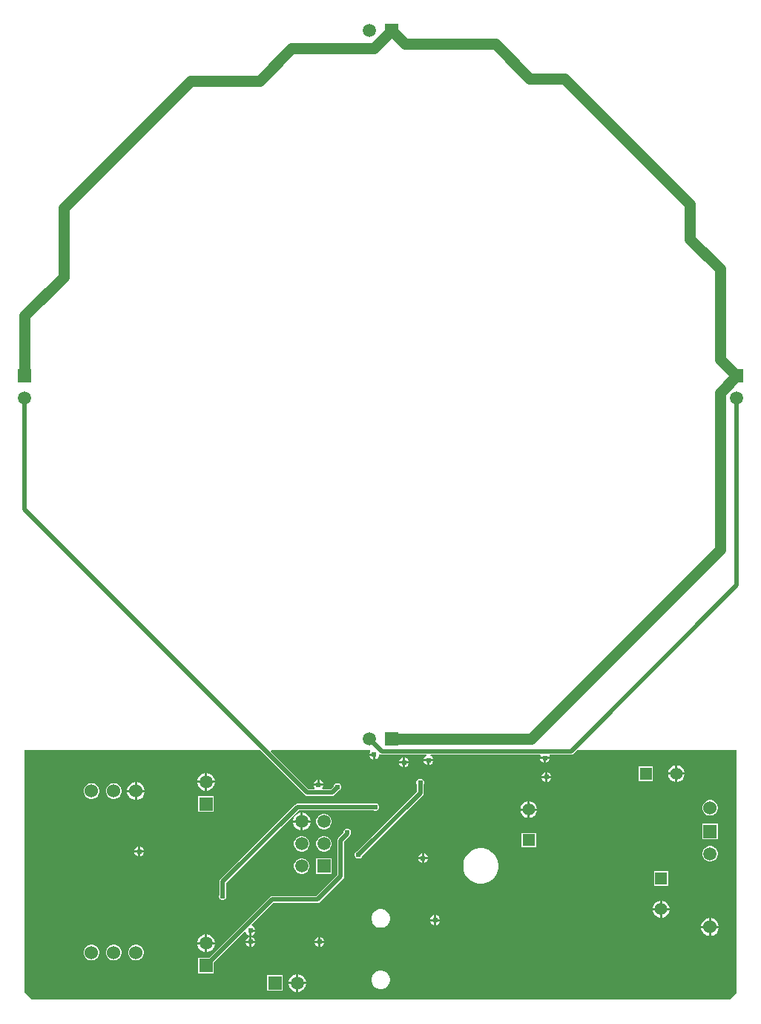
<source format=gbl>
G04*
G04 #@! TF.GenerationSoftware,Altium Limited,Altium Designer,23.8.1 (32)*
G04*
G04 Layer_Physical_Order=2*
G04 Layer_Color=16711680*
%FSLAX25Y25*%
%MOIN*%
G70*
G04*
G04 #@! TF.SameCoordinates,B00BB811-4D84-4737-8C1C-C2D0D2789402*
G04*
G04*
G04 #@! TF.FilePolarity,Positive*
G04*
G01*
G75*
%ADD10C,0.05000*%
%ADD52C,0.05906*%
%ADD53R,0.05906X0.05906*%
%ADD54R,0.05906X0.05906*%
%ADD56C,0.02000*%
%ADD59C,0.06000*%
%ADD60C,0.05512*%
%ADD61R,0.05512X0.05512*%
%ADD62R,0.05512X0.05512*%
%ADD63C,0.02400*%
G36*
X159952Y-271838D02*
X156838Y-274952D01*
X-156838D01*
X-159952Y-271838D01*
Y-163000D01*
X-54163D01*
X-34081Y-183081D01*
X-33585Y-183413D01*
X-33000Y-183529D01*
X-21872D01*
X-21286Y-183413D01*
X-20790Y-183081D01*
X-18730Y-181021D01*
X-18537Y-180941D01*
X-18059Y-180463D01*
X-17800Y-179838D01*
Y-179162D01*
X-18059Y-178537D01*
X-18537Y-178059D01*
X-19162Y-177800D01*
X-19838D01*
X-20463Y-178059D01*
X-20941Y-178537D01*
X-21200Y-179162D01*
Y-179165D01*
X-22505Y-180471D01*
X-26152D01*
X-26359Y-179971D01*
X-26135Y-179746D01*
X-25826Y-179000D01*
X-30174D01*
X-29865Y-179746D01*
X-29641Y-179971D01*
X-29848Y-180471D01*
X-32366D01*
X-49375Y-163462D01*
X-49184Y-163000D01*
X-4818D01*
X-4611Y-163500D01*
X-4865Y-163754D01*
X-5174Y-164500D01*
X-3000D01*
Y-165000D01*
X-2500D01*
Y-167174D01*
X-1754Y-166865D01*
X-1135Y-166246D01*
X-800Y-165438D01*
Y-165016D01*
X-300Y-164749D01*
X-148Y-164850D01*
X437Y-164966D01*
X20571D01*
X20670Y-165466D01*
X20254Y-165639D01*
X19635Y-166258D01*
X19326Y-167004D01*
X23674D01*
X23365Y-166258D01*
X22746Y-165639D01*
X22330Y-165466D01*
X22429Y-164966D01*
X71576D01*
X71854Y-165466D01*
X71633Y-166000D01*
X75981D01*
X75760Y-165466D01*
X76038Y-164966D01*
X85563D01*
X86148Y-164850D01*
X86644Y-164518D01*
X88163Y-163000D01*
X159952D01*
Y-271838D01*
D02*
G37*
%LPC*%
G36*
X-3500Y-165500D02*
X-5174D01*
X-4865Y-166246D01*
X-4246Y-166865D01*
X-3500Y-167174D01*
Y-165500D01*
D02*
G37*
G36*
X11000Y-166326D02*
Y-168000D01*
X12674D01*
X12365Y-167254D01*
X11746Y-166635D01*
X11000Y-166326D01*
D02*
G37*
G36*
X10000D02*
X9254Y-166635D01*
X8635Y-167254D01*
X8326Y-168000D01*
X10000D01*
Y-166326D01*
D02*
G37*
G36*
X75981Y-167000D02*
X74307D01*
Y-168674D01*
X75053Y-168365D01*
X75672Y-167746D01*
X75981Y-167000D01*
D02*
G37*
G36*
X73307D02*
X71633D01*
X71942Y-167746D01*
X72561Y-168365D01*
X73307Y-168674D01*
Y-167000D01*
D02*
G37*
G36*
X23674Y-168004D02*
X22000D01*
Y-169678D01*
X22746Y-169369D01*
X23365Y-168750D01*
X23674Y-168004D01*
D02*
G37*
G36*
X21000D02*
X19326D01*
X19635Y-168750D01*
X20254Y-169369D01*
X21000Y-169678D01*
Y-168004D01*
D02*
G37*
G36*
X12674Y-169000D02*
X11000D01*
Y-170674D01*
X11746Y-170365D01*
X12365Y-169746D01*
X12674Y-169000D01*
D02*
G37*
G36*
X10000D02*
X8326D01*
X8635Y-169746D01*
X9254Y-170365D01*
X10000Y-170674D01*
Y-169000D01*
D02*
G37*
G36*
X133390Y-169746D02*
Y-173000D01*
X136644D01*
X136390Y-172050D01*
X135895Y-171194D01*
X135196Y-170494D01*
X134339Y-170000D01*
X133390Y-169746D01*
D02*
G37*
G36*
X132390D02*
X131440Y-170000D01*
X130584Y-170494D01*
X129884Y-171194D01*
X129390Y-172050D01*
X129135Y-173000D01*
X132390D01*
Y-169746D01*
D02*
G37*
G36*
X75000Y-172826D02*
Y-174500D01*
X76674D01*
X76365Y-173754D01*
X75746Y-173135D01*
X75000Y-172826D01*
D02*
G37*
G36*
X74000D02*
X73254Y-173135D01*
X72635Y-173754D01*
X72326Y-174500D01*
X74000D01*
Y-172826D01*
D02*
G37*
G36*
X-77980Y-173232D02*
X-78000D01*
Y-176685D01*
X-74547D01*
Y-176665D01*
X-74817Y-175659D01*
X-75337Y-174758D01*
X-76073Y-174022D01*
X-76974Y-173502D01*
X-77980Y-173232D01*
D02*
G37*
G36*
X-79000D02*
X-79020D01*
X-80026Y-173502D01*
X-80927Y-174022D01*
X-81663Y-174758D01*
X-82183Y-175659D01*
X-82453Y-176665D01*
Y-176685D01*
X-79000D01*
Y-173232D01*
D02*
G37*
G36*
X122366Y-170244D02*
X115854D01*
Y-176756D01*
X122366D01*
Y-170244D01*
D02*
G37*
G36*
X76674Y-175500D02*
X75000D01*
Y-177174D01*
X75746Y-176865D01*
X76365Y-176246D01*
X76674Y-175500D01*
D02*
G37*
G36*
X74000D02*
X72326D01*
X72635Y-176246D01*
X73254Y-176865D01*
X74000Y-177174D01*
Y-175500D01*
D02*
G37*
G36*
X136644Y-174000D02*
X133390D01*
Y-177254D01*
X134339Y-177000D01*
X135196Y-176505D01*
X135895Y-175806D01*
X136390Y-174950D01*
X136644Y-174000D01*
D02*
G37*
G36*
X132390D02*
X129135D01*
X129390Y-174950D01*
X129884Y-175806D01*
X130584Y-176505D01*
X131440Y-177000D01*
X132390Y-177254D01*
Y-174000D01*
D02*
G37*
G36*
X-27500Y-176326D02*
Y-178000D01*
X-25826D01*
X-26135Y-177254D01*
X-26754Y-176635D01*
X-27500Y-176326D01*
D02*
G37*
G36*
X-28500D02*
X-29246Y-176635D01*
X-29865Y-177254D01*
X-30174Y-178000D01*
X-28500D01*
Y-176326D01*
D02*
G37*
G36*
X-109473Y-177319D02*
X-109500D01*
Y-180819D01*
X-106000D01*
Y-180792D01*
X-106273Y-179775D01*
X-106799Y-178863D01*
X-107544Y-178118D01*
X-108456Y-177592D01*
X-109473Y-177319D01*
D02*
G37*
G36*
X-110500D02*
X-110527D01*
X-111544Y-177592D01*
X-112456Y-178118D01*
X-113201Y-178863D01*
X-113727Y-179775D01*
X-114000Y-180792D01*
Y-180819D01*
X-110500D01*
Y-177319D01*
D02*
G37*
G36*
X-74547Y-177685D02*
X-78000D01*
Y-181138D01*
X-77980D01*
X-76974Y-180868D01*
X-76073Y-180348D01*
X-75337Y-179612D01*
X-74817Y-178711D01*
X-74547Y-177705D01*
Y-177685D01*
D02*
G37*
G36*
X-79000D02*
X-82453D01*
Y-177705D01*
X-82183Y-178711D01*
X-81663Y-179612D01*
X-80927Y-180348D01*
X-80026Y-180868D01*
X-79020Y-181138D01*
X-79000D01*
Y-177685D01*
D02*
G37*
G36*
X-119539Y-177819D02*
X-120461D01*
X-121351Y-178057D01*
X-122149Y-178518D01*
X-122801Y-179170D01*
X-123261Y-179968D01*
X-123500Y-180858D01*
Y-181780D01*
X-123261Y-182670D01*
X-122801Y-183468D01*
X-122149Y-184120D01*
X-121351Y-184580D01*
X-120461Y-184819D01*
X-119539D01*
X-118649Y-184580D01*
X-117851Y-184120D01*
X-117199Y-183468D01*
X-116738Y-182670D01*
X-116500Y-181780D01*
Y-180858D01*
X-116738Y-179968D01*
X-117199Y-179170D01*
X-117851Y-178518D01*
X-118649Y-178057D01*
X-119539Y-177819D01*
D02*
G37*
G36*
X-129539D02*
X-130461D01*
X-131351Y-178057D01*
X-132149Y-178518D01*
X-132801Y-179170D01*
X-133262Y-179968D01*
X-133500Y-180858D01*
Y-181780D01*
X-133262Y-182670D01*
X-132801Y-183468D01*
X-132149Y-184120D01*
X-131351Y-184580D01*
X-130461Y-184819D01*
X-129539D01*
X-128649Y-184580D01*
X-127851Y-184120D01*
X-127199Y-183468D01*
X-126739Y-182670D01*
X-126500Y-181780D01*
Y-180858D01*
X-126739Y-179968D01*
X-127199Y-179170D01*
X-127851Y-178518D01*
X-128649Y-178057D01*
X-129539Y-177819D01*
D02*
G37*
G36*
X-106000Y-181819D02*
X-109500D01*
Y-185319D01*
X-109473D01*
X-108456Y-185046D01*
X-107544Y-184520D01*
X-106799Y-183775D01*
X-106273Y-182863D01*
X-106000Y-181845D01*
Y-181819D01*
D02*
G37*
G36*
X-110500D02*
X-114000D01*
Y-181845D01*
X-113727Y-182863D01*
X-113201Y-183775D01*
X-112456Y-184520D01*
X-111544Y-185046D01*
X-110527Y-185319D01*
X-110500D01*
Y-181819D01*
D02*
G37*
G36*
X67000Y-185856D02*
Y-189110D01*
X70254D01*
X70000Y-188161D01*
X69506Y-187304D01*
X68806Y-186605D01*
X67950Y-186110D01*
X67000Y-185856D01*
D02*
G37*
G36*
X66000D02*
X65050Y-186110D01*
X64194Y-186605D01*
X63494Y-187304D01*
X63000Y-188161D01*
X62746Y-189110D01*
X66000D01*
Y-185856D01*
D02*
G37*
G36*
X-2162Y-186800D02*
X-2838D01*
X-3250Y-186971D01*
X-37500D01*
X-38085Y-187087D01*
X-38581Y-187419D01*
X-72081Y-220919D01*
X-72413Y-221415D01*
X-72529Y-222000D01*
Y-227750D01*
X-72700Y-228162D01*
Y-228838D01*
X-72441Y-229463D01*
X-71963Y-229941D01*
X-71338Y-230200D01*
X-70662D01*
X-70037Y-229941D01*
X-69559Y-229463D01*
X-69300Y-228838D01*
Y-228162D01*
X-69471Y-227750D01*
Y-222634D01*
X-36867Y-190029D01*
X-3250D01*
X-2838Y-190200D01*
X-2162D01*
X-1537Y-189941D01*
X-1059Y-189463D01*
X-800Y-188838D01*
Y-188162D01*
X-1059Y-187537D01*
X-1537Y-187059D01*
X-2162Y-186800D01*
D02*
G37*
G36*
X-75047Y-183732D02*
X-81953D01*
Y-190638D01*
X-75047D01*
Y-183732D01*
D02*
G37*
G36*
X148453Y-185398D02*
X147531D01*
X146641Y-185636D01*
X145843Y-186097D01*
X145191Y-186749D01*
X144731Y-187547D01*
X144492Y-188437D01*
Y-189358D01*
X144731Y-190249D01*
X145191Y-191047D01*
X145843Y-191698D01*
X146641Y-192159D01*
X147531Y-192398D01*
X148453D01*
X149343Y-192159D01*
X150141Y-191698D01*
X150793Y-191047D01*
X151254Y-190249D01*
X151492Y-189358D01*
Y-188437D01*
X151254Y-187547D01*
X150793Y-186749D01*
X150141Y-186097D01*
X149343Y-185636D01*
X148453Y-185398D01*
D02*
G37*
G36*
X70254Y-190110D02*
X67000D01*
Y-193365D01*
X67950Y-193110D01*
X68806Y-192616D01*
X69506Y-191916D01*
X70000Y-191060D01*
X70254Y-190110D01*
D02*
G37*
G36*
X66000D02*
X62746D01*
X63000Y-191060D01*
X63494Y-191916D01*
X64194Y-192616D01*
X65050Y-193110D01*
X66000Y-193365D01*
Y-190110D01*
D02*
G37*
G36*
X-34980Y-191047D02*
X-35000D01*
Y-194500D01*
X-31547D01*
Y-194480D01*
X-31817Y-193474D01*
X-32337Y-192573D01*
X-33073Y-191837D01*
X-33974Y-191317D01*
X-34980Y-191047D01*
D02*
G37*
G36*
X-36000D02*
X-36020D01*
X-37026Y-191317D01*
X-37927Y-191837D01*
X-38663Y-192573D01*
X-39183Y-193474D01*
X-39453Y-194480D01*
Y-194500D01*
X-36000D01*
Y-191047D01*
D02*
G37*
G36*
X-25045Y-191547D02*
X-25955D01*
X-26833Y-191782D01*
X-27620Y-192237D01*
X-28263Y-192880D01*
X-28717Y-193667D01*
X-28953Y-194545D01*
Y-195455D01*
X-28717Y-196333D01*
X-28263Y-197120D01*
X-27620Y-197763D01*
X-26833Y-198217D01*
X-25955Y-198453D01*
X-25045D01*
X-24167Y-198217D01*
X-23380Y-197763D01*
X-22737Y-197120D01*
X-22283Y-196333D01*
X-22047Y-195455D01*
Y-194545D01*
X-22283Y-193667D01*
X-22737Y-192880D01*
X-23380Y-192237D01*
X-24167Y-191782D01*
X-25045Y-191547D01*
D02*
G37*
G36*
X-31547Y-195500D02*
X-35000D01*
Y-198953D01*
X-34980D01*
X-33974Y-198683D01*
X-33073Y-198163D01*
X-32337Y-197427D01*
X-31817Y-196526D01*
X-31547Y-195520D01*
Y-195500D01*
D02*
G37*
G36*
X-36000D02*
X-39453D01*
Y-195520D01*
X-39183Y-196526D01*
X-38663Y-197427D01*
X-37927Y-198163D01*
X-37026Y-198683D01*
X-36020Y-198953D01*
X-36000D01*
Y-195500D01*
D02*
G37*
G36*
X151453Y-196047D02*
X144547D01*
Y-202953D01*
X151453D01*
Y-196047D01*
D02*
G37*
G36*
X69756Y-200134D02*
X63244D01*
Y-206646D01*
X69756D01*
Y-200134D01*
D02*
G37*
G36*
X-108000Y-206326D02*
Y-208000D01*
X-106326D01*
X-106635Y-207254D01*
X-107254Y-206635D01*
X-108000Y-206326D01*
D02*
G37*
G36*
X-109000D02*
X-109746Y-206635D01*
X-110365Y-207254D01*
X-110674Y-208000D01*
X-109000D01*
Y-206326D01*
D02*
G37*
G36*
X-25045Y-201547D02*
X-25955D01*
X-26833Y-201782D01*
X-27620Y-202237D01*
X-28263Y-202880D01*
X-28717Y-203667D01*
X-28953Y-204545D01*
Y-205455D01*
X-28717Y-206333D01*
X-28263Y-207120D01*
X-27620Y-207763D01*
X-26833Y-208218D01*
X-25955Y-208453D01*
X-25045D01*
X-24167Y-208218D01*
X-23380Y-207763D01*
X-22737Y-207120D01*
X-22283Y-206333D01*
X-22047Y-205455D01*
Y-204545D01*
X-22283Y-203667D01*
X-22737Y-202880D01*
X-23380Y-202237D01*
X-24167Y-201782D01*
X-25045Y-201547D01*
D02*
G37*
G36*
X-35045D02*
X-35955D01*
X-36833Y-201782D01*
X-37620Y-202237D01*
X-38263Y-202880D01*
X-38717Y-203667D01*
X-38953Y-204545D01*
Y-205455D01*
X-38717Y-206333D01*
X-38263Y-207120D01*
X-37620Y-207763D01*
X-36833Y-208218D01*
X-35955Y-208453D01*
X-35045D01*
X-34167Y-208218D01*
X-33380Y-207763D01*
X-32737Y-207120D01*
X-32283Y-206333D01*
X-32047Y-205455D01*
Y-204545D01*
X-32283Y-203667D01*
X-32737Y-202880D01*
X-33380Y-202237D01*
X-34167Y-201782D01*
X-35045Y-201547D01*
D02*
G37*
G36*
X-106326Y-209000D02*
X-108000D01*
Y-210674D01*
X-107254Y-210365D01*
X-106635Y-209746D01*
X-106326Y-209000D01*
D02*
G37*
G36*
X-109000D02*
X-110674D01*
X-110365Y-209746D01*
X-109746Y-210365D01*
X-109000Y-210674D01*
Y-209000D01*
D02*
G37*
G36*
X19500Y-209326D02*
Y-211000D01*
X21174D01*
X20865Y-210254D01*
X20246Y-209635D01*
X19500Y-209326D01*
D02*
G37*
G36*
X18500D02*
X17754Y-209635D01*
X17135Y-210254D01*
X16826Y-211000D01*
X18500D01*
Y-209326D01*
D02*
G37*
G36*
X18098Y-175800D02*
X17422D01*
X16797Y-176059D01*
X16319Y-176537D01*
X16060Y-177162D01*
Y-177838D01*
X16230Y-178250D01*
Y-181646D01*
X-10512Y-208388D01*
X-10924Y-208559D01*
X-11402Y-209037D01*
X-11661Y-209662D01*
Y-210338D01*
X-11402Y-210963D01*
X-10924Y-211441D01*
X-10299Y-211700D01*
X-9623D01*
X-8998Y-211441D01*
X-8519Y-210963D01*
X-8349Y-210551D01*
X18841Y-183361D01*
X19173Y-182865D01*
X19289Y-182280D01*
Y-178250D01*
X19460Y-177838D01*
Y-177162D01*
X19201Y-176537D01*
X18723Y-176059D01*
X18098Y-175800D01*
D02*
G37*
G36*
X148455Y-206047D02*
X147545D01*
X146667Y-206282D01*
X145880Y-206737D01*
X145237Y-207380D01*
X144782Y-208167D01*
X144547Y-209045D01*
Y-209955D01*
X144782Y-210833D01*
X145237Y-211620D01*
X145880Y-212263D01*
X146667Y-212718D01*
X147545Y-212953D01*
X148455D01*
X149333Y-212718D01*
X150120Y-212263D01*
X150763Y-211620D01*
X151217Y-210833D01*
X151453Y-209955D01*
Y-209045D01*
X151217Y-208167D01*
X150763Y-207380D01*
X150120Y-206737D01*
X149333Y-206282D01*
X148455Y-206047D01*
D02*
G37*
G36*
X21174Y-212000D02*
X19500D01*
Y-213674D01*
X20246Y-213365D01*
X20865Y-212746D01*
X21174Y-212000D01*
D02*
G37*
G36*
X18500D02*
X16826D01*
X17135Y-212746D01*
X17754Y-213365D01*
X18500Y-213674D01*
Y-212000D01*
D02*
G37*
G36*
X-22047Y-211547D02*
X-28953D01*
Y-218453D01*
X-22047D01*
Y-211547D01*
D02*
G37*
G36*
X-35045D02*
X-35955D01*
X-36833Y-211783D01*
X-37620Y-212237D01*
X-38263Y-212880D01*
X-38717Y-213667D01*
X-38953Y-214545D01*
Y-215455D01*
X-38717Y-216333D01*
X-38263Y-217120D01*
X-37620Y-217763D01*
X-36833Y-218217D01*
X-35955Y-218453D01*
X-35045D01*
X-34167Y-218217D01*
X-33380Y-217763D01*
X-32737Y-217120D01*
X-32283Y-216333D01*
X-32047Y-215455D01*
Y-214545D01*
X-32283Y-213667D01*
X-32737Y-212880D01*
X-33380Y-212237D01*
X-34167Y-211783D01*
X-35045Y-211547D01*
D02*
G37*
G36*
X45781Y-207065D02*
X44219D01*
X42685Y-207370D01*
X41241Y-207968D01*
X39942Y-208837D01*
X38837Y-209942D01*
X37968Y-211241D01*
X37370Y-212685D01*
X37065Y-214218D01*
Y-215781D01*
X37370Y-217315D01*
X37968Y-218759D01*
X38837Y-220058D01*
X39942Y-221164D01*
X41241Y-222032D01*
X42685Y-222630D01*
X44219Y-222935D01*
X45781D01*
X47315Y-222630D01*
X48759Y-222032D01*
X50058Y-221164D01*
X51164Y-220058D01*
X52032Y-218759D01*
X52630Y-217315D01*
X52935Y-215781D01*
Y-214218D01*
X52630Y-212685D01*
X52032Y-211241D01*
X51164Y-209942D01*
X50058Y-208837D01*
X48759Y-207968D01*
X47315Y-207370D01*
X45781Y-207065D01*
D02*
G37*
G36*
X129256Y-217354D02*
X122744D01*
Y-223866D01*
X129256D01*
Y-217354D01*
D02*
G37*
G36*
X126500Y-230635D02*
Y-233890D01*
X129754D01*
X129500Y-232940D01*
X129006Y-232084D01*
X128306Y-231384D01*
X127450Y-230890D01*
X126500Y-230635D01*
D02*
G37*
G36*
X125500D02*
X124550Y-230890D01*
X123694Y-231384D01*
X122994Y-232084D01*
X122500Y-232940D01*
X122246Y-233890D01*
X125500D01*
Y-230635D01*
D02*
G37*
G36*
X129754Y-234890D02*
X126500D01*
Y-238144D01*
X127450Y-237890D01*
X128306Y-237395D01*
X129006Y-236696D01*
X129500Y-235840D01*
X129754Y-234890D01*
D02*
G37*
G36*
X125500D02*
X122246D01*
X122500Y-235840D01*
X122994Y-236696D01*
X123694Y-237395D01*
X124550Y-237890D01*
X125500Y-238144D01*
Y-234890D01*
D02*
G37*
G36*
X25004Y-237066D02*
Y-238740D01*
X26678D01*
X26369Y-237994D01*
X25750Y-237375D01*
X25004Y-237066D01*
D02*
G37*
G36*
X24004D02*
X23258Y-237375D01*
X22639Y-237994D01*
X22330Y-238740D01*
X24004D01*
Y-237066D01*
D02*
G37*
G36*
X26678Y-239740D02*
X25004D01*
Y-241414D01*
X25750Y-241105D01*
X26369Y-240486D01*
X26678Y-239740D01*
D02*
G37*
G36*
X24004D02*
X22330D01*
X22639Y-240486D01*
X23258Y-241105D01*
X24004Y-241414D01*
Y-239740D01*
D02*
G37*
G36*
X148519Y-238402D02*
X148492D01*
Y-241902D01*
X151992D01*
Y-241875D01*
X151719Y-240858D01*
X151193Y-239946D01*
X150448Y-239201D01*
X149536Y-238674D01*
X148519Y-238402D01*
D02*
G37*
G36*
X147492D02*
X147466D01*
X146448Y-238674D01*
X145536Y-239201D01*
X144791Y-239946D01*
X144265Y-240858D01*
X143992Y-241875D01*
Y-241902D01*
X147492D01*
Y-238402D01*
D02*
G37*
G36*
X552Y-234305D02*
X-552D01*
X-1619Y-234591D01*
X-2576Y-235143D01*
X-3357Y-235924D01*
X-3909Y-236881D01*
X-4195Y-237948D01*
Y-239052D01*
X-3909Y-240119D01*
X-3357Y-241076D01*
X-2576Y-241857D01*
X-1619Y-242409D01*
X-552Y-242695D01*
X552D01*
X1619Y-242409D01*
X2576Y-241857D01*
X3357Y-241076D01*
X3909Y-240119D01*
X4195Y-239052D01*
Y-237948D01*
X3909Y-236881D01*
X3357Y-235924D01*
X2576Y-235143D01*
X1619Y-234591D01*
X552Y-234305D01*
D02*
G37*
G36*
X-56326Y-244500D02*
X-58000D01*
Y-246174D01*
X-57254Y-245865D01*
X-56635Y-245246D01*
X-56326Y-244500D01*
D02*
G37*
G36*
X-14662Y-198300D02*
X-15338D01*
X-15963Y-198559D01*
X-16441Y-199037D01*
X-16700Y-199662D01*
Y-200037D01*
X-19081Y-202419D01*
X-19413Y-202915D01*
X-19529Y-203500D01*
Y-218866D01*
X-29133Y-228471D01*
X-48815D01*
X-49400Y-228587D01*
X-49896Y-228919D01*
X-77210Y-256232D01*
X-81953D01*
Y-263138D01*
X-75047D01*
Y-258395D01*
X-61162Y-244510D01*
X-60607Y-244662D01*
X-60365Y-245246D01*
X-59746Y-245865D01*
X-59000Y-246174D01*
Y-244000D01*
X-58500D01*
Y-243500D01*
X-56326D01*
X-56635Y-242754D01*
X-57254Y-242135D01*
X-57838Y-241893D01*
X-57990Y-241338D01*
X-48182Y-231529D01*
X-28500D01*
X-27915Y-231413D01*
X-27419Y-231081D01*
X-16919Y-220581D01*
X-16587Y-220085D01*
X-16471Y-219500D01*
Y-204134D01*
X-13995Y-201658D01*
X-13664Y-201162D01*
X-13640Y-201044D01*
X-13559Y-200963D01*
X-13300Y-200338D01*
Y-199662D01*
X-13559Y-199037D01*
X-14037Y-198559D01*
X-14662Y-198300D01*
D02*
G37*
G36*
X151992Y-242902D02*
X148492D01*
Y-246402D01*
X148519D01*
X149536Y-246129D01*
X150448Y-245602D01*
X151193Y-244858D01*
X151719Y-243946D01*
X151992Y-242928D01*
Y-242902D01*
D02*
G37*
G36*
X147492D02*
X143992D01*
Y-242928D01*
X144265Y-243946D01*
X144791Y-244858D01*
X145536Y-245602D01*
X146448Y-246129D01*
X147466Y-246402D01*
X147492D01*
Y-242902D01*
D02*
G37*
G36*
X-27000Y-246826D02*
Y-248500D01*
X-25326D01*
X-25635Y-247754D01*
X-26254Y-247135D01*
X-27000Y-246826D01*
D02*
G37*
G36*
X-28000D02*
X-28746Y-247135D01*
X-29365Y-247754D01*
X-29674Y-248500D01*
X-28000D01*
Y-246826D01*
D02*
G37*
G36*
X-58000Y-246826D02*
Y-248500D01*
X-56326D01*
X-56635Y-247754D01*
X-57254Y-247135D01*
X-58000Y-246826D01*
D02*
G37*
G36*
X-59000D02*
X-59746Y-247135D01*
X-60365Y-247754D01*
X-60674Y-248500D01*
X-59000D01*
Y-246826D01*
D02*
G37*
G36*
X-77980Y-245732D02*
X-78000D01*
Y-249185D01*
X-74547D01*
Y-249165D01*
X-74817Y-248159D01*
X-75337Y-247258D01*
X-76073Y-246522D01*
X-76974Y-246002D01*
X-77980Y-245732D01*
D02*
G37*
G36*
X-79000D02*
X-79020D01*
X-80026Y-246002D01*
X-80927Y-246522D01*
X-81663Y-247258D01*
X-82183Y-248159D01*
X-82453Y-249165D01*
Y-249185D01*
X-79000D01*
Y-245732D01*
D02*
G37*
G36*
X-25326Y-249500D02*
X-27000D01*
Y-251174D01*
X-26254Y-250865D01*
X-25635Y-250246D01*
X-25326Y-249500D01*
D02*
G37*
G36*
X-28000D02*
X-29674D01*
X-29365Y-250246D01*
X-28746Y-250865D01*
X-28000Y-251174D01*
Y-249500D01*
D02*
G37*
G36*
X-56326Y-249500D02*
X-58000D01*
Y-251174D01*
X-57254Y-250865D01*
X-56635Y-250246D01*
X-56326Y-249500D01*
D02*
G37*
G36*
X-59000D02*
X-60674D01*
X-60365Y-250246D01*
X-59746Y-250865D01*
X-59000Y-251174D01*
Y-249500D01*
D02*
G37*
G36*
X-74547Y-250185D02*
X-78000D01*
Y-253638D01*
X-77980D01*
X-76974Y-253368D01*
X-76073Y-252848D01*
X-75337Y-252112D01*
X-74817Y-251211D01*
X-74547Y-250205D01*
Y-250185D01*
D02*
G37*
G36*
X-79000D02*
X-82453D01*
Y-250205D01*
X-82183Y-251211D01*
X-81663Y-252112D01*
X-80927Y-252848D01*
X-80026Y-253368D01*
X-79020Y-253638D01*
X-79000D01*
Y-250185D01*
D02*
G37*
G36*
X-109539Y-250319D02*
X-110461D01*
X-111351Y-250557D01*
X-112149Y-251018D01*
X-112801Y-251670D01*
X-113261Y-252468D01*
X-113500Y-253358D01*
Y-254280D01*
X-113261Y-255170D01*
X-112801Y-255968D01*
X-112149Y-256620D01*
X-111351Y-257080D01*
X-110461Y-257319D01*
X-109539D01*
X-108649Y-257080D01*
X-107851Y-256620D01*
X-107199Y-255968D01*
X-106738Y-255170D01*
X-106500Y-254280D01*
Y-253358D01*
X-106738Y-252468D01*
X-107199Y-251670D01*
X-107851Y-251018D01*
X-108649Y-250557D01*
X-109539Y-250319D01*
D02*
G37*
G36*
X-119539D02*
X-120461D01*
X-121351Y-250557D01*
X-122149Y-251018D01*
X-122801Y-251670D01*
X-123261Y-252468D01*
X-123500Y-253358D01*
Y-254280D01*
X-123261Y-255170D01*
X-122801Y-255968D01*
X-122149Y-256620D01*
X-121351Y-257080D01*
X-120461Y-257319D01*
X-119539D01*
X-118649Y-257080D01*
X-117851Y-256620D01*
X-117199Y-255968D01*
X-116738Y-255170D01*
X-116500Y-254280D01*
Y-253358D01*
X-116738Y-252468D01*
X-117199Y-251670D01*
X-117851Y-251018D01*
X-118649Y-250557D01*
X-119539Y-250319D01*
D02*
G37*
G36*
X-129539D02*
X-130461D01*
X-131351Y-250557D01*
X-132149Y-251018D01*
X-132801Y-251670D01*
X-133262Y-252468D01*
X-133500Y-253358D01*
Y-254280D01*
X-133262Y-255170D01*
X-132801Y-255968D01*
X-132149Y-256620D01*
X-131351Y-257080D01*
X-130461Y-257319D01*
X-129539D01*
X-128649Y-257080D01*
X-127851Y-256620D01*
X-127199Y-255968D01*
X-126739Y-255170D01*
X-126500Y-254280D01*
Y-253358D01*
X-126739Y-252468D01*
X-127199Y-251670D01*
X-127851Y-251018D01*
X-128649Y-250557D01*
X-129539Y-250319D01*
D02*
G37*
G36*
X-36980Y-263547D02*
X-37000D01*
Y-267000D01*
X-33547D01*
Y-266980D01*
X-33817Y-265974D01*
X-34337Y-265073D01*
X-35073Y-264337D01*
X-35974Y-263817D01*
X-36980Y-263547D01*
D02*
G37*
G36*
X-38000D02*
X-38020D01*
X-39026Y-263817D01*
X-39927Y-264337D01*
X-40663Y-265073D01*
X-41183Y-265974D01*
X-41453Y-266980D01*
Y-267000D01*
X-38000D01*
Y-263547D01*
D02*
G37*
G36*
X552Y-261864D02*
X-552D01*
X-1619Y-262150D01*
X-2576Y-262702D01*
X-3357Y-263483D01*
X-3909Y-264440D01*
X-4195Y-265507D01*
Y-266611D01*
X-3909Y-267678D01*
X-3357Y-268635D01*
X-2576Y-269416D01*
X-1619Y-269968D01*
X-552Y-270254D01*
X552D01*
X1619Y-269968D01*
X2576Y-269416D01*
X3357Y-268635D01*
X3909Y-267678D01*
X4195Y-266611D01*
Y-265507D01*
X3909Y-264440D01*
X3357Y-263483D01*
X2576Y-262702D01*
X1619Y-262150D01*
X552Y-261864D01*
D02*
G37*
G36*
X-44047Y-264047D02*
X-50953D01*
Y-270953D01*
X-44047D01*
Y-264047D01*
D02*
G37*
G36*
X-33547Y-268000D02*
X-37000D01*
Y-271453D01*
X-36980D01*
X-35974Y-271183D01*
X-35073Y-270663D01*
X-34337Y-269927D01*
X-33817Y-269026D01*
X-33547Y-268020D01*
Y-268000D01*
D02*
G37*
G36*
X-38000D02*
X-41453D01*
Y-268020D01*
X-41183Y-269026D01*
X-40663Y-269927D01*
X-39927Y-270663D01*
X-39026Y-271183D01*
X-38020Y-271453D01*
X-38000D01*
Y-268000D01*
D02*
G37*
%LPD*%
D10*
X-160000Y32000D02*
X-142500Y49500D01*
Y80500D02*
X-85500Y137500D01*
X-142500Y49500D02*
Y80500D01*
X-85500Y137500D02*
X-54500D01*
X-40000Y152000D01*
X-3000D01*
X-160000Y5000D02*
Y32000D01*
X-3000Y152000D02*
X5000Y160000D01*
X139000Y66500D02*
Y82000D01*
X82500Y138500D02*
X139000Y82000D01*
Y66500D02*
X152500Y53000D01*
X67000Y138500D02*
X82500D01*
X51500Y154000D02*
X67000Y138500D01*
X152500Y12500D02*
Y53000D01*
Y12500D02*
X160000Y5000D01*
X5000Y160000D02*
X11000Y154000D01*
X51500D01*
X5000Y-158000D02*
X67500D01*
X152500Y-73000D02*
Y-2500D01*
X67500Y-158000D02*
X152500Y-73000D01*
Y-2500D02*
X160000Y5000D01*
D52*
X-78500Y-249685D02*
D03*
Y-177185D02*
D03*
X148000Y-209500D02*
D03*
X-5000Y-158000D02*
D03*
X160000Y-5000D02*
D03*
X-5000Y160000D02*
D03*
X-160000Y-5000D02*
D03*
X-37500Y-267500D02*
D03*
X-35500Y-215000D02*
D03*
X-25500Y-205000D02*
D03*
X-35500D02*
D03*
X-25500Y-195000D02*
D03*
X-35500D02*
D03*
D53*
X-78500Y-259685D02*
D03*
Y-187185D02*
D03*
X148000Y-199500D02*
D03*
X160000Y5000D02*
D03*
X-160000D02*
D03*
X-25500Y-215000D02*
D03*
D54*
X5000Y-158000D02*
D03*
Y160000D02*
D03*
X-47500Y-267500D02*
D03*
D56*
X-33000Y-182000D02*
X-21872D01*
X-160000Y-55000D02*
X-33000Y-182000D01*
X-21872D02*
X-19700Y-179828D01*
Y-179808D01*
X-19500Y-179608D02*
Y-179500D01*
X-19700Y-179808D02*
X-19500Y-179608D01*
X-160000Y-55000D02*
Y-5000D01*
X437Y-163437D02*
X85563D01*
X160000Y-89000D01*
Y-5000D01*
X-5000Y-158000D02*
X437Y-163437D01*
X-71000Y-222000D02*
X-37500Y-188500D01*
X-71000Y-228500D02*
Y-222000D01*
X-37500Y-188500D02*
X-2500D01*
X-28500Y-230000D02*
X-18000Y-219500D01*
X-78500Y-259685D02*
X-48815Y-230000D01*
X-28500D01*
X-18000Y-219500D02*
Y-203500D01*
X-15077Y-200576D01*
Y-200077D02*
X-15000Y-200000D01*
X-15077Y-200576D02*
Y-200077D01*
X-9961Y-210000D02*
X17760Y-182280D01*
Y-177500D01*
D59*
X-130000Y-253819D02*
D03*
X-120000D02*
D03*
X-110000D02*
D03*
X-130000Y-181319D02*
D03*
X-120000D02*
D03*
X-110000D02*
D03*
X147992Y-242402D02*
D03*
Y-188898D02*
D03*
D60*
X126000Y-234390D02*
D03*
X66500Y-189610D02*
D03*
X132890Y-173500D02*
D03*
D61*
X126000Y-220610D02*
D03*
X66500Y-203390D02*
D03*
D62*
X119110Y-173500D02*
D03*
D63*
X-108500Y-208500D02*
D03*
X-27500Y-249000D02*
D03*
X-58500Y-249000D02*
D03*
Y-244000D02*
D03*
X24504Y-239240D02*
D03*
X74500Y-175000D02*
D03*
X73807Y-166500D02*
D03*
X19000Y-211500D02*
D03*
X21500Y-167504D02*
D03*
X10500Y-168500D02*
D03*
X-3000Y-165000D02*
D03*
X-28000Y-178500D02*
D03*
X-19500Y-179500D02*
D03*
X-71000Y-228500D02*
D03*
X-2500Y-188500D02*
D03*
X-15000Y-200000D02*
D03*
X-9961Y-210000D02*
D03*
X17760Y-177500D02*
D03*
M02*

</source>
